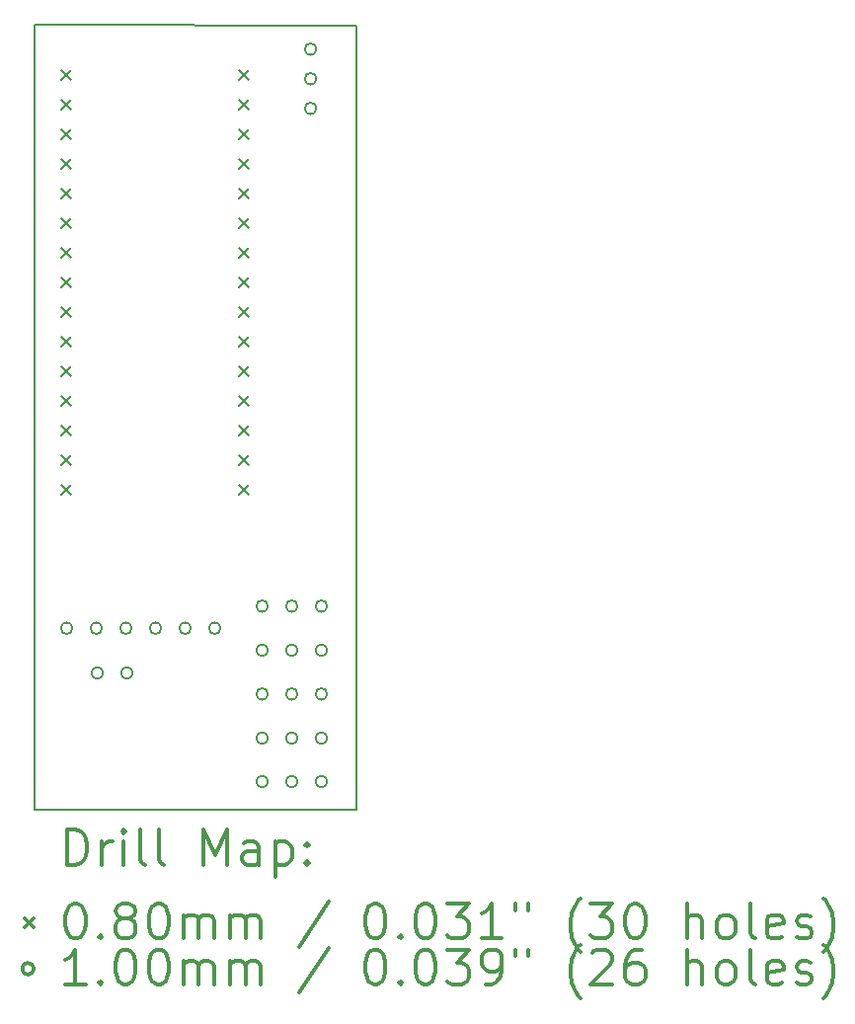
<source format=gbr>
%FSLAX45Y45*%
G04 Gerber Fmt 4.5, Leading zero omitted, Abs format (unit mm)*
G04 Created by KiCad (PCBNEW (5.0.0)) date 10/27/19 09:20:20*
%MOMM*%
%LPD*%
G01*
G04 APERTURE LIST*
%ADD10C,0.150000*%
%ADD11C,0.200000*%
%ADD12C,0.300000*%
G04 APERTURE END LIST*
D10*
X16164000Y-11902000D02*
X16163000Y-5178000D01*
X13407000Y-11904000D02*
X16164000Y-11902000D01*
X13406000Y-5177000D02*
X13407000Y-11904000D01*
X16163000Y-5178000D02*
X13406000Y-5177000D01*
D11*
X13637000Y-5564000D02*
X13717000Y-5644000D01*
X13717000Y-5564000D02*
X13637000Y-5644000D01*
X13637000Y-5818000D02*
X13717000Y-5898000D01*
X13717000Y-5818000D02*
X13637000Y-5898000D01*
X13637000Y-6072000D02*
X13717000Y-6152000D01*
X13717000Y-6072000D02*
X13637000Y-6152000D01*
X13637000Y-6326000D02*
X13717000Y-6406000D01*
X13717000Y-6326000D02*
X13637000Y-6406000D01*
X13637000Y-6580000D02*
X13717000Y-6660000D01*
X13717000Y-6580000D02*
X13637000Y-6660000D01*
X13637000Y-6834000D02*
X13717000Y-6914000D01*
X13717000Y-6834000D02*
X13637000Y-6914000D01*
X13637000Y-7088000D02*
X13717000Y-7168000D01*
X13717000Y-7088000D02*
X13637000Y-7168000D01*
X13637000Y-7342000D02*
X13717000Y-7422000D01*
X13717000Y-7342000D02*
X13637000Y-7422000D01*
X13637000Y-7596000D02*
X13717000Y-7676000D01*
X13717000Y-7596000D02*
X13637000Y-7676000D01*
X13637000Y-7850000D02*
X13717000Y-7930000D01*
X13717000Y-7850000D02*
X13637000Y-7930000D01*
X13637000Y-8104000D02*
X13717000Y-8184000D01*
X13717000Y-8104000D02*
X13637000Y-8184000D01*
X13637000Y-8358000D02*
X13717000Y-8438000D01*
X13717000Y-8358000D02*
X13637000Y-8438000D01*
X13637000Y-8612000D02*
X13717000Y-8692000D01*
X13717000Y-8612000D02*
X13637000Y-8692000D01*
X13637000Y-8866000D02*
X13717000Y-8946000D01*
X13717000Y-8866000D02*
X13637000Y-8946000D01*
X13637000Y-9120000D02*
X13717000Y-9200000D01*
X13717000Y-9120000D02*
X13637000Y-9200000D01*
X15161000Y-5564000D02*
X15241000Y-5644000D01*
X15241000Y-5564000D02*
X15161000Y-5644000D01*
X15161000Y-5818000D02*
X15241000Y-5898000D01*
X15241000Y-5818000D02*
X15161000Y-5898000D01*
X15161000Y-6072000D02*
X15241000Y-6152000D01*
X15241000Y-6072000D02*
X15161000Y-6152000D01*
X15161000Y-6326000D02*
X15241000Y-6406000D01*
X15241000Y-6326000D02*
X15161000Y-6406000D01*
X15161000Y-6580000D02*
X15241000Y-6660000D01*
X15241000Y-6580000D02*
X15161000Y-6660000D01*
X15161000Y-6834000D02*
X15241000Y-6914000D01*
X15241000Y-6834000D02*
X15161000Y-6914000D01*
X15161000Y-7088000D02*
X15241000Y-7168000D01*
X15241000Y-7088000D02*
X15161000Y-7168000D01*
X15161000Y-7342000D02*
X15241000Y-7422000D01*
X15241000Y-7342000D02*
X15161000Y-7422000D01*
X15161000Y-7596000D02*
X15241000Y-7676000D01*
X15241000Y-7596000D02*
X15161000Y-7676000D01*
X15161000Y-7850000D02*
X15241000Y-7930000D01*
X15241000Y-7850000D02*
X15161000Y-7930000D01*
X15161000Y-8104000D02*
X15241000Y-8184000D01*
X15241000Y-8104000D02*
X15161000Y-8184000D01*
X15161000Y-8358000D02*
X15241000Y-8438000D01*
X15241000Y-8358000D02*
X15161000Y-8438000D01*
X15161000Y-8612000D02*
X15241000Y-8692000D01*
X15241000Y-8612000D02*
X15161000Y-8692000D01*
X15161000Y-8866000D02*
X15241000Y-8946000D01*
X15241000Y-8866000D02*
X15161000Y-8946000D01*
X15161000Y-9120000D02*
X15241000Y-9200000D01*
X15241000Y-9120000D02*
X15161000Y-9200000D01*
X13730000Y-10348000D02*
G75*
G03X13730000Y-10348000I-50000J0D01*
G01*
X13984000Y-10348000D02*
G75*
G03X13984000Y-10348000I-50000J0D01*
G01*
X14238000Y-10348000D02*
G75*
G03X14238000Y-10348000I-50000J0D01*
G01*
X14492000Y-10348000D02*
G75*
G03X14492000Y-10348000I-50000J0D01*
G01*
X14746000Y-10348000D02*
G75*
G03X14746000Y-10348000I-50000J0D01*
G01*
X15000000Y-10348000D02*
G75*
G03X15000000Y-10348000I-50000J0D01*
G01*
X15406500Y-10159000D02*
G75*
G03X15406500Y-10159000I-50000J0D01*
G01*
X15660500Y-10159000D02*
G75*
G03X15660500Y-10159000I-50000J0D01*
G01*
X15914500Y-10159000D02*
G75*
G03X15914500Y-10159000I-50000J0D01*
G01*
X15822000Y-5383000D02*
G75*
G03X15822000Y-5383000I-50000J0D01*
G01*
X15822000Y-5637000D02*
G75*
G03X15822000Y-5637000I-50000J0D01*
G01*
X15822000Y-5891000D02*
G75*
G03X15822000Y-5891000I-50000J0D01*
G01*
X15406500Y-10537000D02*
G75*
G03X15406500Y-10537000I-50000J0D01*
G01*
X15660500Y-10537000D02*
G75*
G03X15660500Y-10537000I-50000J0D01*
G01*
X15914500Y-10537000D02*
G75*
G03X15914500Y-10537000I-50000J0D01*
G01*
X15406500Y-11290000D02*
G75*
G03X15406500Y-11290000I-50000J0D01*
G01*
X15660500Y-11290000D02*
G75*
G03X15660500Y-11290000I-50000J0D01*
G01*
X15914500Y-11290000D02*
G75*
G03X15914500Y-11290000I-50000J0D01*
G01*
X15406500Y-10912000D02*
G75*
G03X15406500Y-10912000I-50000J0D01*
G01*
X15660500Y-10912000D02*
G75*
G03X15660500Y-10912000I-50000J0D01*
G01*
X15914500Y-10912000D02*
G75*
G03X15914500Y-10912000I-50000J0D01*
G01*
X13993000Y-10731000D02*
G75*
G03X13993000Y-10731000I-50000J0D01*
G01*
X14247000Y-10731000D02*
G75*
G03X14247000Y-10731000I-50000J0D01*
G01*
X15406500Y-11663000D02*
G75*
G03X15406500Y-11663000I-50000J0D01*
G01*
X15660500Y-11663000D02*
G75*
G03X15660500Y-11663000I-50000J0D01*
G01*
X15914500Y-11663000D02*
G75*
G03X15914500Y-11663000I-50000J0D01*
G01*
D12*
X13684928Y-12377214D02*
X13684928Y-12077214D01*
X13756357Y-12077214D01*
X13799214Y-12091500D01*
X13827786Y-12120071D01*
X13842071Y-12148643D01*
X13856357Y-12205786D01*
X13856357Y-12248643D01*
X13842071Y-12305786D01*
X13827786Y-12334357D01*
X13799214Y-12362929D01*
X13756357Y-12377214D01*
X13684928Y-12377214D01*
X13984928Y-12377214D02*
X13984928Y-12177214D01*
X13984928Y-12234357D02*
X13999214Y-12205786D01*
X14013500Y-12191500D01*
X14042071Y-12177214D01*
X14070643Y-12177214D01*
X14170643Y-12377214D02*
X14170643Y-12177214D01*
X14170643Y-12077214D02*
X14156357Y-12091500D01*
X14170643Y-12105786D01*
X14184928Y-12091500D01*
X14170643Y-12077214D01*
X14170643Y-12105786D01*
X14356357Y-12377214D02*
X14327786Y-12362929D01*
X14313500Y-12334357D01*
X14313500Y-12077214D01*
X14513500Y-12377214D02*
X14484928Y-12362929D01*
X14470643Y-12334357D01*
X14470643Y-12077214D01*
X14856357Y-12377214D02*
X14856357Y-12077214D01*
X14956357Y-12291500D01*
X15056357Y-12077214D01*
X15056357Y-12377214D01*
X15327786Y-12377214D02*
X15327786Y-12220071D01*
X15313500Y-12191500D01*
X15284928Y-12177214D01*
X15227786Y-12177214D01*
X15199214Y-12191500D01*
X15327786Y-12362929D02*
X15299214Y-12377214D01*
X15227786Y-12377214D01*
X15199214Y-12362929D01*
X15184928Y-12334357D01*
X15184928Y-12305786D01*
X15199214Y-12277214D01*
X15227786Y-12262929D01*
X15299214Y-12262929D01*
X15327786Y-12248643D01*
X15470643Y-12177214D02*
X15470643Y-12477214D01*
X15470643Y-12191500D02*
X15499214Y-12177214D01*
X15556357Y-12177214D01*
X15584928Y-12191500D01*
X15599214Y-12205786D01*
X15613500Y-12234357D01*
X15613500Y-12320071D01*
X15599214Y-12348643D01*
X15584928Y-12362929D01*
X15556357Y-12377214D01*
X15499214Y-12377214D01*
X15470643Y-12362929D01*
X15742071Y-12348643D02*
X15756357Y-12362929D01*
X15742071Y-12377214D01*
X15727786Y-12362929D01*
X15742071Y-12348643D01*
X15742071Y-12377214D01*
X15742071Y-12191500D02*
X15756357Y-12205786D01*
X15742071Y-12220071D01*
X15727786Y-12205786D01*
X15742071Y-12191500D01*
X15742071Y-12220071D01*
X13318500Y-12831500D02*
X13398500Y-12911500D01*
X13398500Y-12831500D02*
X13318500Y-12911500D01*
X13742071Y-12707214D02*
X13770643Y-12707214D01*
X13799214Y-12721500D01*
X13813500Y-12735786D01*
X13827786Y-12764357D01*
X13842071Y-12821500D01*
X13842071Y-12892929D01*
X13827786Y-12950071D01*
X13813500Y-12978643D01*
X13799214Y-12992929D01*
X13770643Y-13007214D01*
X13742071Y-13007214D01*
X13713500Y-12992929D01*
X13699214Y-12978643D01*
X13684928Y-12950071D01*
X13670643Y-12892929D01*
X13670643Y-12821500D01*
X13684928Y-12764357D01*
X13699214Y-12735786D01*
X13713500Y-12721500D01*
X13742071Y-12707214D01*
X13970643Y-12978643D02*
X13984928Y-12992929D01*
X13970643Y-13007214D01*
X13956357Y-12992929D01*
X13970643Y-12978643D01*
X13970643Y-13007214D01*
X14156357Y-12835786D02*
X14127786Y-12821500D01*
X14113500Y-12807214D01*
X14099214Y-12778643D01*
X14099214Y-12764357D01*
X14113500Y-12735786D01*
X14127786Y-12721500D01*
X14156357Y-12707214D01*
X14213500Y-12707214D01*
X14242071Y-12721500D01*
X14256357Y-12735786D01*
X14270643Y-12764357D01*
X14270643Y-12778643D01*
X14256357Y-12807214D01*
X14242071Y-12821500D01*
X14213500Y-12835786D01*
X14156357Y-12835786D01*
X14127786Y-12850071D01*
X14113500Y-12864357D01*
X14099214Y-12892929D01*
X14099214Y-12950071D01*
X14113500Y-12978643D01*
X14127786Y-12992929D01*
X14156357Y-13007214D01*
X14213500Y-13007214D01*
X14242071Y-12992929D01*
X14256357Y-12978643D01*
X14270643Y-12950071D01*
X14270643Y-12892929D01*
X14256357Y-12864357D01*
X14242071Y-12850071D01*
X14213500Y-12835786D01*
X14456357Y-12707214D02*
X14484928Y-12707214D01*
X14513500Y-12721500D01*
X14527786Y-12735786D01*
X14542071Y-12764357D01*
X14556357Y-12821500D01*
X14556357Y-12892929D01*
X14542071Y-12950071D01*
X14527786Y-12978643D01*
X14513500Y-12992929D01*
X14484928Y-13007214D01*
X14456357Y-13007214D01*
X14427786Y-12992929D01*
X14413500Y-12978643D01*
X14399214Y-12950071D01*
X14384928Y-12892929D01*
X14384928Y-12821500D01*
X14399214Y-12764357D01*
X14413500Y-12735786D01*
X14427786Y-12721500D01*
X14456357Y-12707214D01*
X14684928Y-13007214D02*
X14684928Y-12807214D01*
X14684928Y-12835786D02*
X14699214Y-12821500D01*
X14727786Y-12807214D01*
X14770643Y-12807214D01*
X14799214Y-12821500D01*
X14813500Y-12850071D01*
X14813500Y-13007214D01*
X14813500Y-12850071D02*
X14827786Y-12821500D01*
X14856357Y-12807214D01*
X14899214Y-12807214D01*
X14927786Y-12821500D01*
X14942071Y-12850071D01*
X14942071Y-13007214D01*
X15084928Y-13007214D02*
X15084928Y-12807214D01*
X15084928Y-12835786D02*
X15099214Y-12821500D01*
X15127786Y-12807214D01*
X15170643Y-12807214D01*
X15199214Y-12821500D01*
X15213500Y-12850071D01*
X15213500Y-13007214D01*
X15213500Y-12850071D02*
X15227786Y-12821500D01*
X15256357Y-12807214D01*
X15299214Y-12807214D01*
X15327786Y-12821500D01*
X15342071Y-12850071D01*
X15342071Y-13007214D01*
X15927786Y-12692929D02*
X15670643Y-13078643D01*
X16313500Y-12707214D02*
X16342071Y-12707214D01*
X16370643Y-12721500D01*
X16384928Y-12735786D01*
X16399214Y-12764357D01*
X16413500Y-12821500D01*
X16413500Y-12892929D01*
X16399214Y-12950071D01*
X16384928Y-12978643D01*
X16370643Y-12992929D01*
X16342071Y-13007214D01*
X16313500Y-13007214D01*
X16284928Y-12992929D01*
X16270643Y-12978643D01*
X16256357Y-12950071D01*
X16242071Y-12892929D01*
X16242071Y-12821500D01*
X16256357Y-12764357D01*
X16270643Y-12735786D01*
X16284928Y-12721500D01*
X16313500Y-12707214D01*
X16542071Y-12978643D02*
X16556357Y-12992929D01*
X16542071Y-13007214D01*
X16527786Y-12992929D01*
X16542071Y-12978643D01*
X16542071Y-13007214D01*
X16742071Y-12707214D02*
X16770643Y-12707214D01*
X16799214Y-12721500D01*
X16813500Y-12735786D01*
X16827786Y-12764357D01*
X16842071Y-12821500D01*
X16842071Y-12892929D01*
X16827786Y-12950071D01*
X16813500Y-12978643D01*
X16799214Y-12992929D01*
X16770643Y-13007214D01*
X16742071Y-13007214D01*
X16713500Y-12992929D01*
X16699214Y-12978643D01*
X16684928Y-12950071D01*
X16670643Y-12892929D01*
X16670643Y-12821500D01*
X16684928Y-12764357D01*
X16699214Y-12735786D01*
X16713500Y-12721500D01*
X16742071Y-12707214D01*
X16942071Y-12707214D02*
X17127786Y-12707214D01*
X17027786Y-12821500D01*
X17070643Y-12821500D01*
X17099214Y-12835786D01*
X17113500Y-12850071D01*
X17127786Y-12878643D01*
X17127786Y-12950071D01*
X17113500Y-12978643D01*
X17099214Y-12992929D01*
X17070643Y-13007214D01*
X16984928Y-13007214D01*
X16956357Y-12992929D01*
X16942071Y-12978643D01*
X17413500Y-13007214D02*
X17242071Y-13007214D01*
X17327786Y-13007214D02*
X17327786Y-12707214D01*
X17299214Y-12750071D01*
X17270643Y-12778643D01*
X17242071Y-12792929D01*
X17527786Y-12707214D02*
X17527786Y-12764357D01*
X17642071Y-12707214D02*
X17642071Y-12764357D01*
X18084928Y-13121500D02*
X18070643Y-13107214D01*
X18042071Y-13064357D01*
X18027786Y-13035786D01*
X18013500Y-12992929D01*
X17999214Y-12921500D01*
X17999214Y-12864357D01*
X18013500Y-12792929D01*
X18027786Y-12750071D01*
X18042071Y-12721500D01*
X18070643Y-12678643D01*
X18084928Y-12664357D01*
X18170643Y-12707214D02*
X18356357Y-12707214D01*
X18256357Y-12821500D01*
X18299214Y-12821500D01*
X18327786Y-12835786D01*
X18342071Y-12850071D01*
X18356357Y-12878643D01*
X18356357Y-12950071D01*
X18342071Y-12978643D01*
X18327786Y-12992929D01*
X18299214Y-13007214D01*
X18213500Y-13007214D01*
X18184928Y-12992929D01*
X18170643Y-12978643D01*
X18542071Y-12707214D02*
X18570643Y-12707214D01*
X18599214Y-12721500D01*
X18613500Y-12735786D01*
X18627786Y-12764357D01*
X18642071Y-12821500D01*
X18642071Y-12892929D01*
X18627786Y-12950071D01*
X18613500Y-12978643D01*
X18599214Y-12992929D01*
X18570643Y-13007214D01*
X18542071Y-13007214D01*
X18513500Y-12992929D01*
X18499214Y-12978643D01*
X18484928Y-12950071D01*
X18470643Y-12892929D01*
X18470643Y-12821500D01*
X18484928Y-12764357D01*
X18499214Y-12735786D01*
X18513500Y-12721500D01*
X18542071Y-12707214D01*
X18999214Y-13007214D02*
X18999214Y-12707214D01*
X19127786Y-13007214D02*
X19127786Y-12850071D01*
X19113500Y-12821500D01*
X19084928Y-12807214D01*
X19042071Y-12807214D01*
X19013500Y-12821500D01*
X18999214Y-12835786D01*
X19313500Y-13007214D02*
X19284928Y-12992929D01*
X19270643Y-12978643D01*
X19256357Y-12950071D01*
X19256357Y-12864357D01*
X19270643Y-12835786D01*
X19284928Y-12821500D01*
X19313500Y-12807214D01*
X19356357Y-12807214D01*
X19384928Y-12821500D01*
X19399214Y-12835786D01*
X19413500Y-12864357D01*
X19413500Y-12950071D01*
X19399214Y-12978643D01*
X19384928Y-12992929D01*
X19356357Y-13007214D01*
X19313500Y-13007214D01*
X19584928Y-13007214D02*
X19556357Y-12992929D01*
X19542071Y-12964357D01*
X19542071Y-12707214D01*
X19813500Y-12992929D02*
X19784928Y-13007214D01*
X19727786Y-13007214D01*
X19699214Y-12992929D01*
X19684928Y-12964357D01*
X19684928Y-12850071D01*
X19699214Y-12821500D01*
X19727786Y-12807214D01*
X19784928Y-12807214D01*
X19813500Y-12821500D01*
X19827786Y-12850071D01*
X19827786Y-12878643D01*
X19684928Y-12907214D01*
X19942071Y-12992929D02*
X19970643Y-13007214D01*
X20027786Y-13007214D01*
X20056357Y-12992929D01*
X20070643Y-12964357D01*
X20070643Y-12950071D01*
X20056357Y-12921500D01*
X20027786Y-12907214D01*
X19984928Y-12907214D01*
X19956357Y-12892929D01*
X19942071Y-12864357D01*
X19942071Y-12850071D01*
X19956357Y-12821500D01*
X19984928Y-12807214D01*
X20027786Y-12807214D01*
X20056357Y-12821500D01*
X20170643Y-13121500D02*
X20184928Y-13107214D01*
X20213500Y-13064357D01*
X20227786Y-13035786D01*
X20242071Y-12992929D01*
X20256357Y-12921500D01*
X20256357Y-12864357D01*
X20242071Y-12792929D01*
X20227786Y-12750071D01*
X20213500Y-12721500D01*
X20184928Y-12678643D01*
X20170643Y-12664357D01*
X13398500Y-13267500D02*
G75*
G03X13398500Y-13267500I-50000J0D01*
G01*
X13842071Y-13403214D02*
X13670643Y-13403214D01*
X13756357Y-13403214D02*
X13756357Y-13103214D01*
X13727786Y-13146071D01*
X13699214Y-13174643D01*
X13670643Y-13188929D01*
X13970643Y-13374643D02*
X13984928Y-13388929D01*
X13970643Y-13403214D01*
X13956357Y-13388929D01*
X13970643Y-13374643D01*
X13970643Y-13403214D01*
X14170643Y-13103214D02*
X14199214Y-13103214D01*
X14227786Y-13117500D01*
X14242071Y-13131786D01*
X14256357Y-13160357D01*
X14270643Y-13217500D01*
X14270643Y-13288929D01*
X14256357Y-13346071D01*
X14242071Y-13374643D01*
X14227786Y-13388929D01*
X14199214Y-13403214D01*
X14170643Y-13403214D01*
X14142071Y-13388929D01*
X14127786Y-13374643D01*
X14113500Y-13346071D01*
X14099214Y-13288929D01*
X14099214Y-13217500D01*
X14113500Y-13160357D01*
X14127786Y-13131786D01*
X14142071Y-13117500D01*
X14170643Y-13103214D01*
X14456357Y-13103214D02*
X14484928Y-13103214D01*
X14513500Y-13117500D01*
X14527786Y-13131786D01*
X14542071Y-13160357D01*
X14556357Y-13217500D01*
X14556357Y-13288929D01*
X14542071Y-13346071D01*
X14527786Y-13374643D01*
X14513500Y-13388929D01*
X14484928Y-13403214D01*
X14456357Y-13403214D01*
X14427786Y-13388929D01*
X14413500Y-13374643D01*
X14399214Y-13346071D01*
X14384928Y-13288929D01*
X14384928Y-13217500D01*
X14399214Y-13160357D01*
X14413500Y-13131786D01*
X14427786Y-13117500D01*
X14456357Y-13103214D01*
X14684928Y-13403214D02*
X14684928Y-13203214D01*
X14684928Y-13231786D02*
X14699214Y-13217500D01*
X14727786Y-13203214D01*
X14770643Y-13203214D01*
X14799214Y-13217500D01*
X14813500Y-13246071D01*
X14813500Y-13403214D01*
X14813500Y-13246071D02*
X14827786Y-13217500D01*
X14856357Y-13203214D01*
X14899214Y-13203214D01*
X14927786Y-13217500D01*
X14942071Y-13246071D01*
X14942071Y-13403214D01*
X15084928Y-13403214D02*
X15084928Y-13203214D01*
X15084928Y-13231786D02*
X15099214Y-13217500D01*
X15127786Y-13203214D01*
X15170643Y-13203214D01*
X15199214Y-13217500D01*
X15213500Y-13246071D01*
X15213500Y-13403214D01*
X15213500Y-13246071D02*
X15227786Y-13217500D01*
X15256357Y-13203214D01*
X15299214Y-13203214D01*
X15327786Y-13217500D01*
X15342071Y-13246071D01*
X15342071Y-13403214D01*
X15927786Y-13088929D02*
X15670643Y-13474643D01*
X16313500Y-13103214D02*
X16342071Y-13103214D01*
X16370643Y-13117500D01*
X16384928Y-13131786D01*
X16399214Y-13160357D01*
X16413500Y-13217500D01*
X16413500Y-13288929D01*
X16399214Y-13346071D01*
X16384928Y-13374643D01*
X16370643Y-13388929D01*
X16342071Y-13403214D01*
X16313500Y-13403214D01*
X16284928Y-13388929D01*
X16270643Y-13374643D01*
X16256357Y-13346071D01*
X16242071Y-13288929D01*
X16242071Y-13217500D01*
X16256357Y-13160357D01*
X16270643Y-13131786D01*
X16284928Y-13117500D01*
X16313500Y-13103214D01*
X16542071Y-13374643D02*
X16556357Y-13388929D01*
X16542071Y-13403214D01*
X16527786Y-13388929D01*
X16542071Y-13374643D01*
X16542071Y-13403214D01*
X16742071Y-13103214D02*
X16770643Y-13103214D01*
X16799214Y-13117500D01*
X16813500Y-13131786D01*
X16827786Y-13160357D01*
X16842071Y-13217500D01*
X16842071Y-13288929D01*
X16827786Y-13346071D01*
X16813500Y-13374643D01*
X16799214Y-13388929D01*
X16770643Y-13403214D01*
X16742071Y-13403214D01*
X16713500Y-13388929D01*
X16699214Y-13374643D01*
X16684928Y-13346071D01*
X16670643Y-13288929D01*
X16670643Y-13217500D01*
X16684928Y-13160357D01*
X16699214Y-13131786D01*
X16713500Y-13117500D01*
X16742071Y-13103214D01*
X16942071Y-13103214D02*
X17127786Y-13103214D01*
X17027786Y-13217500D01*
X17070643Y-13217500D01*
X17099214Y-13231786D01*
X17113500Y-13246071D01*
X17127786Y-13274643D01*
X17127786Y-13346071D01*
X17113500Y-13374643D01*
X17099214Y-13388929D01*
X17070643Y-13403214D01*
X16984928Y-13403214D01*
X16956357Y-13388929D01*
X16942071Y-13374643D01*
X17270643Y-13403214D02*
X17327786Y-13403214D01*
X17356357Y-13388929D01*
X17370643Y-13374643D01*
X17399214Y-13331786D01*
X17413500Y-13274643D01*
X17413500Y-13160357D01*
X17399214Y-13131786D01*
X17384928Y-13117500D01*
X17356357Y-13103214D01*
X17299214Y-13103214D01*
X17270643Y-13117500D01*
X17256357Y-13131786D01*
X17242071Y-13160357D01*
X17242071Y-13231786D01*
X17256357Y-13260357D01*
X17270643Y-13274643D01*
X17299214Y-13288929D01*
X17356357Y-13288929D01*
X17384928Y-13274643D01*
X17399214Y-13260357D01*
X17413500Y-13231786D01*
X17527786Y-13103214D02*
X17527786Y-13160357D01*
X17642071Y-13103214D02*
X17642071Y-13160357D01*
X18084928Y-13517500D02*
X18070643Y-13503214D01*
X18042071Y-13460357D01*
X18027786Y-13431786D01*
X18013500Y-13388929D01*
X17999214Y-13317500D01*
X17999214Y-13260357D01*
X18013500Y-13188929D01*
X18027786Y-13146071D01*
X18042071Y-13117500D01*
X18070643Y-13074643D01*
X18084928Y-13060357D01*
X18184928Y-13131786D02*
X18199214Y-13117500D01*
X18227786Y-13103214D01*
X18299214Y-13103214D01*
X18327786Y-13117500D01*
X18342071Y-13131786D01*
X18356357Y-13160357D01*
X18356357Y-13188929D01*
X18342071Y-13231786D01*
X18170643Y-13403214D01*
X18356357Y-13403214D01*
X18613500Y-13103214D02*
X18556357Y-13103214D01*
X18527786Y-13117500D01*
X18513500Y-13131786D01*
X18484928Y-13174643D01*
X18470643Y-13231786D01*
X18470643Y-13346071D01*
X18484928Y-13374643D01*
X18499214Y-13388929D01*
X18527786Y-13403214D01*
X18584928Y-13403214D01*
X18613500Y-13388929D01*
X18627786Y-13374643D01*
X18642071Y-13346071D01*
X18642071Y-13274643D01*
X18627786Y-13246071D01*
X18613500Y-13231786D01*
X18584928Y-13217500D01*
X18527786Y-13217500D01*
X18499214Y-13231786D01*
X18484928Y-13246071D01*
X18470643Y-13274643D01*
X18999214Y-13403214D02*
X18999214Y-13103214D01*
X19127786Y-13403214D02*
X19127786Y-13246071D01*
X19113500Y-13217500D01*
X19084928Y-13203214D01*
X19042071Y-13203214D01*
X19013500Y-13217500D01*
X18999214Y-13231786D01*
X19313500Y-13403214D02*
X19284928Y-13388929D01*
X19270643Y-13374643D01*
X19256357Y-13346071D01*
X19256357Y-13260357D01*
X19270643Y-13231786D01*
X19284928Y-13217500D01*
X19313500Y-13203214D01*
X19356357Y-13203214D01*
X19384928Y-13217500D01*
X19399214Y-13231786D01*
X19413500Y-13260357D01*
X19413500Y-13346071D01*
X19399214Y-13374643D01*
X19384928Y-13388929D01*
X19356357Y-13403214D01*
X19313500Y-13403214D01*
X19584928Y-13403214D02*
X19556357Y-13388929D01*
X19542071Y-13360357D01*
X19542071Y-13103214D01*
X19813500Y-13388929D02*
X19784928Y-13403214D01*
X19727786Y-13403214D01*
X19699214Y-13388929D01*
X19684928Y-13360357D01*
X19684928Y-13246071D01*
X19699214Y-13217500D01*
X19727786Y-13203214D01*
X19784928Y-13203214D01*
X19813500Y-13217500D01*
X19827786Y-13246071D01*
X19827786Y-13274643D01*
X19684928Y-13303214D01*
X19942071Y-13388929D02*
X19970643Y-13403214D01*
X20027786Y-13403214D01*
X20056357Y-13388929D01*
X20070643Y-13360357D01*
X20070643Y-13346071D01*
X20056357Y-13317500D01*
X20027786Y-13303214D01*
X19984928Y-13303214D01*
X19956357Y-13288929D01*
X19942071Y-13260357D01*
X19942071Y-13246071D01*
X19956357Y-13217500D01*
X19984928Y-13203214D01*
X20027786Y-13203214D01*
X20056357Y-13217500D01*
X20170643Y-13517500D02*
X20184928Y-13503214D01*
X20213500Y-13460357D01*
X20227786Y-13431786D01*
X20242071Y-13388929D01*
X20256357Y-13317500D01*
X20256357Y-13260357D01*
X20242071Y-13188929D01*
X20227786Y-13146071D01*
X20213500Y-13117500D01*
X20184928Y-13074643D01*
X20170643Y-13060357D01*
M02*

</source>
